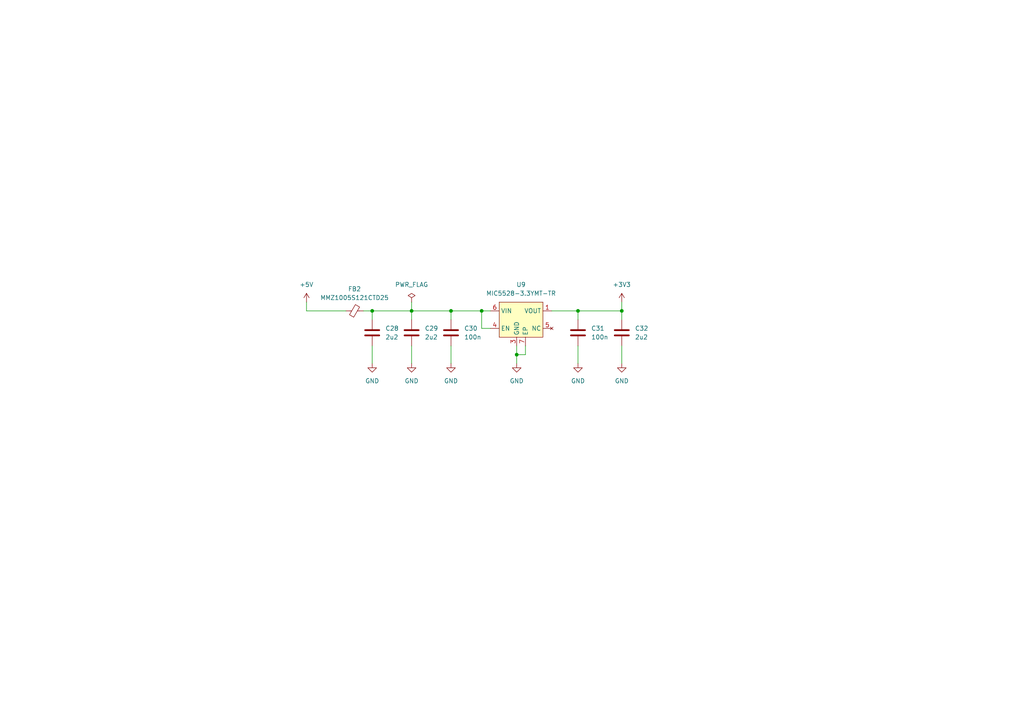
<source format=kicad_sch>
(kicad_sch (version 20231120) (generator "eeschema") (generator_version "8.0")
  (paper "A4")
  (title_block (title "LibreCAL") (date "2023-11-30") (rev "B"))
  (lib_symbols
    (symbol "Device:C" (pin_numbers hide) (pin_names (offset 0.254))
      (property "Reference" "C" (at 0.635 2.54 0))
      (property "Value" "C" (at 0.635 -2.54 0))
      (symbol "C_0_1"
        (polyline (pts (xy -2.032 -0.762) (xy 2.032 -0.762)) (stroke (width 0.508)))
        (polyline (pts (xy -2.032 0.762) (xy 2.032 0.762)) (stroke (width 0.508)))
      )
      (symbol "C_1_1"
        (pin passive line (at 0 3.81 270) (length 2.794) (name "~") (number "1"))
        (pin passive line (at 0 -3.81 90) (length 2.794) (name "~") (number "2"))
      )
    )
    (symbol "Device:FerriteBead_Small" (pin_numbers hide) (pin_names (offset 0))
      (property "Reference" "FB" (at 1.905 1.27 0))
      (property "Value" "FerriteBead_Small" (at 1.905 -1.27 0))
      (symbol "FerriteBead_Small_0_1"
        (polyline (pts (xy 0 -1.27) (xy 0 -0.7874)))
        (polyline (pts (xy 0 0.889) (xy 0 1.2954)))
        (polyline (pts (xy -1.8288 0.2794) (xy -1.1176 1.4986) (xy 1.8288 -0.2032) (xy 1.1176 -1.4224) (xy -1.8288 0.2794)))
      )
      (symbol "FerriteBead_Small_1_1"
        (pin passive line (at 0 2.54 270) (length 1.27) (name "~") (number "1"))
        (pin passive line (at 0 -2.54 90) (length 1.27) (name "~") (number "2"))
      )
    )
    (symbol "LibreCAL:MIC5528"
      (property "Reference" "U" (at 2.54 -6.35 0))
      (property "Value" "MIC5528" (at -2.54 6.35 0))
      (symbol "MIC5528_0_1"
        (rectangle (start -7.62 5.08) (end 5.08 -5.08) (fill (type background)))
      )
      (symbol "MIC5528_1_1"
        (pin power_out line (at 7.62 2.54 180) (length 2.54) (name "VOUT") (number "1"))
        (pin power_out line (at 7.62 2.54 180) (length 2.54) hide (name "VOUT") (number "2"))
        (pin power_in line (at -2.54 -7.62 90) (length 2.54) (name "GND") (number "3"))
        (pin input line (at -10.16 -2.54 0) (length 2.54) (name "EN") (number "4"))
        (pin no_connect line (at 7.62 -2.54 180) (length 2.54) (name "NC") (number "5"))
        (pin power_in line (at -10.16 2.54 0) (length 2.54) (name "VIN") (number "6"))
        (pin power_in line (at 0 -7.62 90) (length 2.54) (name "EP") (number "7"))
      )
    )
    (symbol "power:+3V3" (power) (pin_names (offset 0))
      (property "Value" "+3V3" (at 0 3.556 0))
      (symbol "+3V3_0_1"
        (polyline (pts (xy -0.762 1.27) (xy 0 2.54)))
        (polyline (pts (xy 0 0) (xy 0 2.54)))
        (polyline (pts (xy 0 2.54) (xy 0.762 1.27)))
      )
      (symbol "+3V3_1_1"
        (pin power_in line (at 0 0 90) (length 0) hide (name "+3V3") (number "1"))
      )
    )
    (symbol "power:+5V" (power) (pin_names (offset 0))
      (property "Value" "+5V" (at 0 3.556 0))
      (symbol "+5V_0_1"
        (polyline (pts (xy -0.762 1.27) (xy 0 2.54)))
        (polyline (pts (xy 0 0) (xy 0 2.54)))
        (polyline (pts (xy 0 2.54) (xy 0.762 1.27)))
      )
      (symbol "+5V_1_1"
        (pin power_in line (at 0 0 90) (length 0) hide (name "+5V") (number "1"))
      )
    )
    (symbol "power:GND" (power) (pin_names (offset 0))
      (property "Value" "GND" (at 0 -3.81 0))
      (symbol "GND_0_1"
        (polyline (pts (xy 0 0) (xy 0 -1.27) (xy 1.27 -1.27) (xy 0 -2.54) (xy -1.27 -1.27) (xy 0 -1.27)))
      )
      (symbol "GND_1_1"
        (pin power_in line (at 0 0 270) (length 0) hide (name "GND") (number "1"))
      )
    )
    (symbol "power:PWR_FLAG" (power) (pin_numbers hide) (pin_names (offset 0) hide)
      (property "Value" "PWR_FLAG" (at 0 3.81 0))
      (symbol "PWR_FLAG_0_0"
        (pin power_out line (at 0 0 90) (length 0) (name "pwr") (number "1"))
      )
      (symbol "PWR_FLAG_0_1"
        (polyline (pts (xy 0 0) (xy 0 1.27) (xy -1.016 1.905) (xy 0 2.54) (xy 1.016 1.905) (xy 0 1.27)))
      )
    )
  )
  (junction (at 119.38 90.17))
  (junction (at 149.86 102.87))
  (junction (at 139.7 90.17))
  (junction (at 167.64 90.17))
  (junction (at 180.34 90.17))
  (junction (at 107.95 90.17))
  (junction (at 130.81 90.17))
  (wire (pts (xy 180.34 90.17) (xy 180.34 87.63)))
  (wire (pts (xy 130.81 90.17) (xy 139.7 90.17)))
  (wire (pts (xy 180.34 100.33) (xy 180.34 105.41)))
  (wire (pts (xy 119.38 90.17) (xy 119.38 92.71)))
  (wire (pts (xy 152.4 100.33) (xy 152.4 102.87)))
  (wire (pts (xy 88.9 90.17) (xy 88.9 87.63)))
  (wire (pts (xy 100.33 90.17) (xy 88.9 90.17)))
  (wire (pts (xy 167.64 90.17) (xy 180.34 90.17)))
  (wire (pts (xy 142.24 95.25) (xy 139.7 95.25)))
  (wire (pts (xy 130.81 100.33) (xy 130.81 105.41)))
  (wire (pts (xy 180.34 90.17) (xy 180.34 92.71)))
  (wire (pts (xy 149.86 100.33) (xy 149.86 102.87)))
  (wire (pts (xy 119.38 90.17) (xy 130.81 90.17)))
  (wire (pts (xy 152.4 102.87) (xy 149.86 102.87)))
  (wire (pts (xy 119.38 87.63) (xy 119.38 90.17)))
  (wire (pts (xy 105.41 90.17) (xy 107.95 90.17)))
  (wire (pts (xy 149.86 102.87) (xy 149.86 105.41)))
  (wire (pts (xy 139.7 95.25) (xy 139.7 90.17)))
  (wire (pts (xy 139.7 90.17) (xy 142.24 90.17)))
  (wire (pts (xy 167.64 90.17) (xy 167.64 92.71)))
  (wire (pts (xy 119.38 100.33) (xy 119.38 105.41)))
  (wire (pts (xy 130.81 90.17) (xy 130.81 92.71)))
  (wire (pts (xy 107.95 90.17) (xy 119.38 90.17)))
  (wire (pts (xy 160.02 90.17) (xy 167.64 90.17)))
  (wire (pts (xy 107.95 90.17) (xy 107.95 92.71)))
  (wire (pts (xy 107.95 100.33) (xy 107.95 105.41)))
  (wire (pts (xy 167.64 100.33) (xy 167.64 105.41)))
  (symbol (lib_id "Device:C") (at 167.64 96.52 0) (unit 1)
    (property "Reference" "C31" (at 171.45 95.2499 0) (effects (justify left)))
    (property "Value" "100n" (at 171.45 97.7899 0) (effects (justify left)))
    (property "Footprint" "Capacitor_SMD:C_0402_1005Metric" (effects (hide yes)))
    (property "LCSC_Part" "C307331" (effects (hide yes)))
  )
  (symbol (lib_id "power:GND") (at 180.34 105.41 0) (unit 1)
    (property "Reference" "#PWR0102" (effects (hide yes)))
    (property "Value" "GND" (at 180.34 110.49 0))
  )
  (symbol (lib_id "power:PWR_FLAG") (at 119.38 87.63 0) (unit 1)
    (property "Reference" "#FLG0103" (effects (hide yes)))
    (property "Value" "PWR_FLAG" (at 119.38 82.55 0))
  )
  (symbol (lib_id "power:+3V3") (at 180.34 87.63 0) (unit 1)
    (property "Reference" "#PWR0101" (effects (hide yes)))
    (property "Value" "+3V3" (at 180.34 82.55 0))
  )
  (symbol (lib_id "power:GND") (at 167.64 105.41 0) (unit 1)
    (property "Reference" "#PWR0100" (effects (hide yes)))
    (property "Value" "GND" (at 167.64 110.49 0))
  )
  (symbol (lib_id "power:GND") (at 130.81 105.41 0) (unit 1)
    (property "Reference" "#PWR098" (effects (hide yes)))
    (property "Value" "GND" (at 130.81 110.49 0))
  )
  (symbol (lib_id "Device:C") (at 107.95 96.52 0) (unit 1)
    (property "Reference" "C28" (at 111.76 95.2499 0) (effects (justify left)))
    (property "Value" "2u2" (at 111.76 97.7899 0) (effects (justify left)))
    (property "Footprint" "Capacitor_SMD:C_0402_1005Metric" (effects (hide yes)))
    (property "LCSC_Part" "C307418" (effects (hide yes)))
  )
  (symbol (lib_id "power:GND") (at 119.38 105.41 0) (unit 1)
    (property "Reference" "#PWR097" (effects (hide yes)))
    (property "Value" "GND" (at 119.38 110.49 0))
  )
  (symbol (lib_id "power:GND") (at 107.95 105.41 0) (unit 1)
    (property "Reference" "#PWR096" (effects (hide yes)))
    (property "Value" "GND" (at 107.95 110.49 0))
  )
  (symbol (lib_id "LibreCAL:MIC5528") (at 152.4 92.71 0) (unit 1)
    (property "Reference" "U9" (at 151.13 82.55 0))
    (property "Value" "MIC5528-3.3YMT-TR" (at 151.13 85.09 0))
    (property "Footprint" "LibreCAL:DFN-6-1EP_1.2x1.2mm_P0.4mm_EP0.3x0.94mm" (effects (hide yes)))
    (property "Datasheet" "https://eu.mouser.com/datasheet/2/268/MIC5528_High_Performance_500mA_LDO_in_Thin_and_Ext-1891284.pdf" (effects (hide yes)))
    (property "LCSC_Part" "C622490" (effects (hide yes)))
  )
  (symbol (lib_id "Device:C") (at 119.38 96.52 0) (unit 1)
    (property "Reference" "C29" (at 123.19 95.2499 0) (effects (justify left)))
    (property "Value" "2u2" (at 123.19 97.7899 0) (effects (justify left)))
    (property "Footprint" "Capacitor_SMD:C_0402_1005Metric" (effects (hide yes)))
    (property "LCSC_Part" "C307418" (effects (hide yes)))
  )
  (symbol (lib_id "Device:C") (at 180.34 96.52 0) (unit 1)
    (property "Reference" "C32" (at 184.15 95.2499 0) (effects (justify left)))
    (property "Value" "2u2" (at 184.15 97.7899 0) (effects (justify left)))
    (property "Footprint" "Capacitor_SMD:C_0402_1005Metric" (effects (hide yes)))
    (property "LCSC_Part" "C307418" (effects (hide yes)))
  )
  (symbol (lib_id "power:+5V") (at 88.9 87.63 0) (unit 1)
    (property "Reference" "#PWR095" (effects (hide yes)))
    (property "Value" "+5V" (at 88.9 82.55 0))
  )
  (symbol (lib_id "power:GND") (at 149.86 105.41 0) (unit 1)
    (property "Reference" "#PWR099" (effects (hide yes)))
    (property "Value" "GND" (at 149.86 110.49 0))
  )
  (symbol (lib_id "Device:C") (at 130.81 96.52 0) (unit 1)
    (property "Reference" "C30" (at 134.62 95.2499 0) (effects (justify left)))
    (property "Value" "100n" (at 134.62 97.7899 0) (effects (justify left)))
    (property "Footprint" "Capacitor_SMD:C_0402_1005Metric" (effects (hide yes)))
    (property "LCSC_Part" "C307331" (effects (hide yes)))
  )
  (symbol (lib_id "Device:FerriteBead_Small") (at 102.87 90.17 90) (unit 1)
    (property "Reference" "FB2" (at 102.8319 83.82 90))
    (property "Value" "MMZ1005S121CTD25" (at 102.8319 86.36 90))
    (property "Footprint" "Inductor_SMD:L_0402_1005Metric" (effects (hide yes)))
    (property "LCSC_Part" "C404693" (effects (hide yes)))
  )
)
</source>
